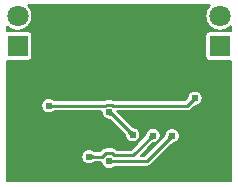
<source format=gbl>
G04 Layer: BottomLayer*
G04 EasyEDA Pro v2.2.37.7, 2025-06-16 05:36:05*
G04 Gerber Generator version 0.3*
G04 Scale: 100 percent, Rotated: No, Reflected: No*
G04 Dimensions in millimeters*
G04 Leading zeros omitted, absolute positions, 4 integers and 5 decimals*
%FSLAX45Y45*%
%MOMM*%
%ADD10C,0.2032*%
%ADD11C,1.8*%
%ADD12R,1.8X1.8*%
%ADD13C,0.61*%
%ADD14C,0.254*%
G75*


G04 Copper Start*
G36*
G01X5270436Y-482664D02*
G01X5287526Y-496963D01*
G01X5306871Y-508023D01*
G01X5327863Y-515497D01*
G01X5349845Y-519150D01*
G01X5372126Y-518869D01*
G01X5394008Y-514660D01*
G01X5414805Y-506658D01*
G01X5433863Y-495112D01*
G01X5450586Y-480385D01*
G01X5450586Y-521906D01*
G01X5449400Y-521886D01*
G01X5269400Y-521886D01*
G01X5258333Y-523639D01*
G01X5248349Y-528726D01*
G01X5240426Y-536649D01*
G01X5235339Y-546633D01*
G01X5233586Y-557700D01*
G01X5233586Y-737700D01*
G01X5235339Y-748767D01*
G01X5240426Y-758751D01*
G01X5248349Y-766674D01*
G01X5258333Y-771761D01*
G01X5269400Y-773514D01*
G01X5449400Y-773514D01*
G01X5450586Y-773494D01*
G01X5450586Y-1792986D01*
G01X3553714Y-1792986D01*
G01X3553714Y-1584960D01*
G01X4183106Y-1584960D01*
G01X4184818Y-1599933D01*
G01X4189867Y-1614132D01*
G01X4197992Y-1626825D01*
G01X4208772Y-1637356D01*
G01X4221652Y-1645180D01*
G01X4235966Y-1649895D01*
G01X4250975Y-1651256D01*
G01X4265903Y-1649193D01*
G01X4279980Y-1643813D01*
G01X4292479Y-1635393D01*
G01X4294887Y-1633474D01*
G01X4353974Y-1633474D01*
G01X4357580Y-1647422D01*
G01X4364114Y-1660262D01*
G01X4373266Y-1671388D01*
G01X4384605Y-1680274D01*
G01X4397596Y-1686503D01*
G01X4411625Y-1689779D01*
G01X4426031Y-1689947D01*
G01X4440133Y-1687001D01*
G01X4453266Y-1681079D01*
G01X4464810Y-1672460D01*
G01X4736382Y-1672460D01*
G01X4748938Y-1670807D01*
G01X4760639Y-1665960D01*
G01X4770687Y-1658250D01*
G01X4955317Y-1473620D01*
G01X4958377Y-1473274D01*
G01X4973168Y-1470389D01*
G01X4986927Y-1464240D01*
G01X4998942Y-1455143D01*
G01X5008592Y-1443567D01*
G01X5015380Y-1430112D01*
G01X5018954Y-1415472D01*
G01X5019131Y-1400403D01*
G01X5015901Y-1385683D01*
G01X5009430Y-1372072D01*
G01X5000054Y-1360274D01*
G01X4988256Y-1350898D01*
G01X4974645Y-1344427D01*
G01X4959925Y-1341197D01*
G01X4944856Y-1341373D01*
G01X4930215Y-1344948D01*
G01X4916760Y-1351736D01*
G01X4905185Y-1361386D01*
G01X4896088Y-1373401D01*
G01X4889938Y-1387159D01*
G01X4887054Y-1401951D01*
G01X4886708Y-1405010D01*
G01X4716287Y-1575432D01*
G01X4689046Y-1575432D01*
G01X4792999Y-1471478D01*
G01X4796059Y-1471133D01*
G01X4810850Y-1468248D01*
G01X4824609Y-1462099D01*
G01X4836624Y-1453001D01*
G01X4846274Y-1441426D01*
G01X4853062Y-1427971D01*
G01X4856636Y-1413331D01*
G01X4856813Y-1398261D01*
G01X4853583Y-1383541D01*
G01X4847112Y-1369931D01*
G01X4837736Y-1358133D01*
G01X4825937Y-1348756D01*
G01X4812327Y-1342286D01*
G01X4797607Y-1339055D01*
G01X4782537Y-1339232D01*
G01X4767897Y-1342807D01*
G01X4754442Y-1349595D01*
G01X4742867Y-1359245D01*
G01X4733770Y-1371260D01*
G01X4727620Y-1385018D01*
G01X4724736Y-1399810D01*
G01X4724390Y-1402869D01*
G01X4603513Y-1523746D01*
G01X4483300Y-1523746D01*
G01X4478095Y-1518541D01*
G01X4478095Y-1518541D01*
G01X4468047Y-1510831D01*
G01X4456346Y-1505985D01*
G01X4443790Y-1504332D01*
G01X4395410Y-1504332D01*
G01X4382854Y-1505985D01*
G01X4371153Y-1510831D01*
G01X4361105Y-1518541D01*
G01X4343200Y-1536446D01*
G01X4294887Y-1536446D01*
G01X4292479Y-1534527D01*
G01X4279980Y-1526107D01*
G01X4265903Y-1520727D01*
G01X4250975Y-1518664D01*
G01X4235966Y-1520025D01*
G01X4221652Y-1524740D01*
G01X4208772Y-1532564D01*
G01X4197992Y-1543095D01*
G01X4189867Y-1555788D01*
G01X4184818Y-1569987D01*
G01X4183106Y-1584960D01*
G01X3553714Y-1584960D01*
G01X3553714Y-1153160D01*
G01X3842746Y-1153160D01*
G01X3844524Y-1168413D01*
G01X3849763Y-1182849D01*
G01X3858182Y-1195692D01*
G01X3869329Y-1206254D01*
G01X3882607Y-1213970D01*
G01X3897304Y-1218424D01*
G01X3912631Y-1219378D01*
G01X3927766Y-1216781D01*
G01X3941899Y-1210772D01*
G01X3954270Y-1201674D01*
G01X4353462Y-1201674D01*
G01X4354206Y-1217509D01*
G01X4358687Y-1232715D01*
G01X4366650Y-1246423D01*
G01X4377638Y-1257849D01*
G01X4391024Y-1266341D01*
G01X4406043Y-1271413D01*
G01X4421837Y-1272776D01*
G01X4422863Y-1272814D01*
G01X4551294Y-1401245D01*
G01X4551294Y-1401245D01*
G01X4551639Y-1404304D01*
G01X4554524Y-1419096D01*
G01X4560673Y-1432854D01*
G01X4569770Y-1444869D01*
G01X4581345Y-1454519D01*
G01X4594801Y-1461307D01*
G01X4609441Y-1464882D01*
G01X4624510Y-1465058D01*
G01X4639230Y-1461828D01*
G01X4652841Y-1455358D01*
G01X4664639Y-1445981D01*
G01X4674015Y-1434183D01*
G01X4680486Y-1420573D01*
G01X4683716Y-1405853D01*
G01X4683540Y-1390783D01*
G01X4679965Y-1376143D01*
G01X4673178Y-1362688D01*
G01X4663527Y-1351113D01*
G01X4651513Y-1342015D01*
G01X4637754Y-1335866D01*
G01X4622963Y-1332981D01*
G01X4619903Y-1332635D01*
G01X4488941Y-1201674D01*
G01X5082540Y-1201674D01*
G01X5095096Y-1200021D01*
G01X5106797Y-1195174D01*
G01X5116845Y-1187465D01*
G01X5148376Y-1155933D01*
G01X5163558Y-1153619D01*
G01X5177799Y-1147874D01*
G01X5190338Y-1139008D01*
G01X5200501Y-1127496D01*
G01X5207744Y-1113954D01*
G01X5211677Y-1099110D01*
G01X5212091Y-1083759D01*
G01X5208962Y-1068724D01*
G01X5202460Y-1054812D01*
G01X5192931Y-1042769D01*
G01X5180888Y-1033240D01*
G01X5166976Y-1026738D01*
G01X5151941Y-1023609D01*
G01X5136590Y-1024023D01*
G01X5121746Y-1027956D01*
G01X5108204Y-1035199D01*
G01X5096692Y-1045362D01*
G01X5087826Y-1057901D01*
G01X5082081Y-1072142D01*
G01X5079767Y-1087324D01*
G01X5062445Y-1104646D01*
G01X4465363Y-1104646D01*
G01X4454869Y-1100868D01*
G01X4443790Y-1099586D01*
G01X4395410Y-1099586D01*
G01X4384331Y-1100868D01*
G01X4373837Y-1104646D01*
G01X3954270Y-1104646D01*
G01X3941899Y-1095548D01*
G01X3927766Y-1089539D01*
G01X3912631Y-1086942D01*
G01X3897304Y-1087896D01*
G01X3882607Y-1092350D01*
G01X3869329Y-1100066D01*
G01X3858182Y-1110628D01*
G01X3849763Y-1123471D01*
G01X3844524Y-1137907D01*
G01X3842746Y-1153160D01*
G01X3553714Y-1153160D01*
G01X3553714Y-773494D01*
G01X3554900Y-773514D01*
G01X3734900Y-773514D01*
G01X3745967Y-771761D01*
G01X3755951Y-766674D01*
G01X3763874Y-758751D01*
G01X3768961Y-748767D01*
G01X3770714Y-737700D01*
G01X3770714Y-557700D01*
G01X3768961Y-546633D01*
G01X3763874Y-536649D01*
G01X3755951Y-528726D01*
G01X3745967Y-523639D01*
G01X3734900Y-521886D01*
G01X3554900Y-521886D01*
G01X3553714Y-521906D01*
G01X3553714Y-480385D01*
G01X3570437Y-495112D01*
G01X3589495Y-506658D01*
G01X3610292Y-514660D01*
G01X3632174Y-518869D01*
G01X3654455Y-519150D01*
G01X3676437Y-515497D01*
G01X3697429Y-508023D01*
G01X3716774Y-496963D01*
G01X3733864Y-482664D01*
G01X3748163Y-465574D01*
G01X3759223Y-446229D01*
G01X3766697Y-425237D01*
G01X3770350Y-403255D01*
G01X3770069Y-380974D01*
G01X3765860Y-359092D01*
G01X3757858Y-338295D01*
G01X3746312Y-319237D01*
G01X3731585Y-302514D01*
G01X5272715Y-302514D01*
G01X5257988Y-319237D01*
G01X5246442Y-338295D01*
G01X5238440Y-359092D01*
G01X5234231Y-380974D01*
G01X5233950Y-403255D01*
G01X5237603Y-425237D01*
G01X5245077Y-446229D01*
G01X5256137Y-465574D01*
G01X5270436Y-482664D01*
G37*
G54D10*
G01X5270436Y-482664D02*
G03X5450586Y-480385I88964J88964D01*
G01X5450586Y-521906D01*
G01X5449400Y-521886D01*
G01X5269400Y-521886D01*
G03X5233586Y-557700I0J-35814D01*
G01X5233586Y-737700D01*
G03X5269400Y-773514I35814J0D01*
G01X5449400Y-773514D01*
G01X5450586Y-773494D01*
G01X5450586Y-1792986D01*
G01X3553714Y-1792986D01*
G01X3553714Y-773494D01*
G01X3554900Y-773514D01*
G01X3734900Y-773514D01*
G03X3770714Y-737700I0J35814D01*
G01X3770714Y-557700D01*
G03X3734900Y-521886I-35814J0D01*
G01X3554900Y-521886D01*
G01X3553714Y-521906D01*
G01X3553714Y-480385D01*
G03X3733864Y-482664I91186J86685D01*
G03X3731585Y-302514I-88964J88964D01*
G01X5272715Y-302514D01*
G03X5270436Y-482664I86685J-91186D01*
G01X4551294Y-1401245D02*
G01X4551639Y-1404304D01*
G03X4664639Y-1445981I66109J5214D01*
G03X4622963Y-1332981I-46891J46891D01*
G01X4619903Y-1332635D01*
G01X4488941Y-1201674D01*
G01X5082540Y-1201674D01*
G03X5116845Y-1187465I0J48514D01*
G01X5148376Y-1155933D01*
G03X5192931Y-1042769I-2336J66273D01*
G03X5079767Y-1087324I-46891J-46891D01*
G01X5062445Y-1104646D01*
G01X4465363Y-1104646D01*
G03X4443790Y-1099586I-21573J-43454D01*
G01X4395410Y-1099586D01*
G03X4373837Y-1104646I0J-48514D01*
G01X3954270Y-1104646D01*
G03X3842746Y-1153160I-45210J-48514D01*
G03X3954270Y-1201674I66314J0D01*
G01X4353462Y-1201674D01*
G03X4421837Y-1272776I66138J-4826D01*
G01X4422863Y-1272814D01*
G01X4551294Y-1401245D01*
G01X4478095Y-1518541D02*
G03X4443790Y-1504332I-34305J-34305D01*
G01X4395410Y-1504332D01*
G03X4361105Y-1518541I0J-48514D01*
G01X4343200Y-1536446D01*
G01X4294887Y-1536446D01*
G01X4292479Y-1534527D01*
G03X4183106Y-1584960I-43059J-50433D01*
G03X4292479Y-1635393I66314J0D01*
G01X4294887Y-1633474D01*
G01X4353974Y-1633474D01*
G03X4397596Y-1686503I65626J9528D01*
G03X4464810Y-1672460I22004J62557D01*
G01X4736382Y-1672460D01*
G03X4770687Y-1658250I0J48514D01*
G01X4955317Y-1473620D01*
G01X4958377Y-1473274D01*
G03X5000054Y-1360274I-5214J66109D01*
G03X4887054Y-1401951I-46891J-46891D01*
G01X4886708Y-1405010D01*
G01X4716287Y-1575432D01*
G01X4689046Y-1575432D01*
G01X4792999Y-1471478D01*
G01X4796059Y-1471133D01*
G03X4837736Y-1358133I-5214J66109D01*
G03X4724736Y-1399810I-46891J-46891D01*
G01X4724390Y-1402869D01*
G01X4603513Y-1523746D01*
G01X4483300Y-1523746D01*
G01X4478095Y-1518541D01*
G04 Copper End*

G04 TearDrop Start*
G36*
G01X4932781Y-1445507D02*
G01X4914820Y-1427547D01*
G01X4916702Y-1425342D01*
G01X4918282Y-1422849D01*
G01X4920630Y-1417240D01*
G01X4922049Y-1411212D01*
G01X4922722Y-1405255D01*
G01X4955073Y-1437605D01*
G01X4949116Y-1438278D01*
G01X4943088Y-1439697D01*
G01X4937479Y-1442046D01*
G01X4934986Y-1443626D01*
G01X4932781Y-1445507D01*
G37*
G36*
G01X4770463Y-1443366D02*
G01X4752503Y-1425406D01*
G01X4754384Y-1423201D01*
G01X4755964Y-1420707D01*
G01X4758312Y-1415099D01*
G01X4759731Y-1409071D01*
G01X4760405Y-1403114D01*
G01X4792755Y-1435464D01*
G01X4786798Y-1436137D01*
G01X4780770Y-1437556D01*
G01X4775161Y-1439905D01*
G01X4772668Y-1441485D01*
G01X4770463Y-1443366D01*
G37*
G36*
G01X4290944Y-1572260D02*
G01X4290944Y-1597660D01*
G01X4288055Y-1597889D01*
G01X4285174Y-1598535D01*
G01X4279548Y-1600840D01*
G01X4274282Y-1604099D01*
G01X4269594Y-1607835D01*
G01X4269594Y-1562085D01*
G01X4274282Y-1565821D01*
G01X4279548Y-1569080D01*
G01X4285174Y-1571385D01*
G01X4288055Y-1572031D01*
G01X4290944Y-1572260D01*
G37*
G36*
G01X4458518Y-1221900D02*
G01X4444726Y-1244028D01*
G01X4442515Y-1242177D01*
G01X4439929Y-1240607D01*
G01X4433996Y-1238300D01*
G01X4427654Y-1237083D01*
G01X4421628Y-1236933D01*
G01X4449540Y-1200683D01*
G01X4450796Y-1206433D01*
G01X4452531Y-1212088D01*
G01X4455015Y-1217345D01*
G01X4458518Y-1221900D01*
G37*
G36*
G01X4579406Y-1378708D02*
G01X4597366Y-1360748D01*
G01X4599571Y-1362629D01*
G01X4602064Y-1364209D01*
G01X4607673Y-1366558D01*
G01X4613701Y-1367977D01*
G01X4619658Y-1368650D01*
G01X4587308Y-1401000D01*
G01X4586635Y-1395043D01*
G01X4585216Y-1389015D01*
G01X4582867Y-1383406D01*
G01X4581287Y-1380913D01*
G01X4579406Y-1378708D01*
G37*
G04 TearDrop End*

G04 Pad Start*
G54D11*
G01X3644900Y-393700D03*
G54D12*
G01X3644900Y-647700D03*
G54D11*
G01X5359400Y-393700D03*
G54D12*
G01X5359400Y-647700D03*
G54D11*
G01X3644900Y-1447800D03*
G54D12*
G01X3644900Y-1701800D03*
G54D11*
G01X5359400Y-1447800D03*
G54D12*
G01X5359400Y-1701800D03*
G04 Pad End*

G04 Via Start*
G54D13*
G01X4953163Y-1407165D03*
G01X4419600Y-1623946D03*
G01X4790845Y-1405024D03*
G01X4249420Y-1584960D03*
G01X5146040Y-1089660D03*
G01X3909060Y-1153160D03*
G01X3655314Y-1081786D03*
G01X3756914Y-1589786D03*
G01X3858514Y-370586D03*
G01X3858514Y-1691386D03*
G01X3960114Y-370586D03*
G01X3960114Y-776986D03*
G01X3960114Y-1691386D03*
G01X4061714Y-776986D03*
G01X4061714Y-370586D03*
G01X4061714Y-1691386D03*
G01X4061714Y-1589786D03*
G01X4061714Y-1488186D03*
G01X4163314Y-980186D03*
G01X4163314Y-878586D03*
G01X4163314Y-776986D03*
G01X4163314Y-675386D03*
G01X4163314Y-573786D03*
G01X4163314Y-472186D03*
G01X4163314Y-370586D03*
G01X4163314Y-1691386D03*
G01X4264914Y-776986D03*
G01X4264914Y-675386D03*
G01X4264914Y-1691386D03*
G01X4366514Y-776986D03*
G01X4366514Y-675386D03*
G01X4468114Y-776986D03*
G01X4468114Y-675386D03*
G01X4569714Y-776986D03*
G01X4569714Y-675386D03*
G01X4569714Y-1691386D03*
G01X4671314Y-878586D03*
G01X4671314Y-776986D03*
G01X4671314Y-675386D03*
G01X4671314Y-1691386D03*
G01X4772914Y-878586D03*
G01X4772914Y-776986D03*
G01X4772914Y-675386D03*
G01X4772914Y-573786D03*
G01X4772914Y-1691386D03*
G01X4874514Y-878586D03*
G01X4874514Y-776986D03*
G01X4874514Y-1691386D03*
G01X4874514Y-1589786D03*
G01X4976114Y-878586D03*
G01X4976114Y-776986D03*
G01X4976114Y-1691386D03*
G01X4976114Y-1589786D03*
G01X5077714Y-776986D03*
G01X5077714Y-1691386D03*
G01X5077714Y-1589786D03*
G01X5179314Y-1691386D03*
G01X5179314Y-1589786D03*
G01X5179314Y-1488186D03*
G01X5179314Y-1386586D03*
G01X5280914Y-1284986D03*
G01X5382514Y-1284986D03*
G01X5382514Y-1183386D03*
G01X5382514Y-1081786D03*
G01X5382514Y-980186D03*
G01X5382514Y-878586D03*
G01X4419600Y-1206500D03*
G01X4617748Y-1399090D03*
G01X4520436Y-1412653D03*
G01X4422010Y-1412654D03*
G04 Via End*

G04 Track Start*
G54D14*
G01X4623608Y-1572260D02*
G01X4790845Y-1405024D01*
G01X4395410Y-1552846D02*
G01X4443790Y-1552846D01*
G01X4463205Y-1572260D01*
G01X4623608Y-1572260D01*
G01X4249420Y-1584960D02*
G01X4363295Y-1584960D01*
G01X4395410Y-1552846D01*
G01X4953163Y-1407165D02*
G01X4736382Y-1623946D01*
G01X4419600Y-1623946D01*
G01X4419600Y-1206500D02*
G01X4425158Y-1206500D01*
G01X4617748Y-1399090D01*
G01X5082540Y-1153160D02*
G01X5146040Y-1089660D01*
G01X3909060Y-1153160D02*
G01X4390350Y-1153160D01*
G01X4395410Y-1148100D01*
G01X4443790Y-1148100D01*
G01X4448850Y-1153160D01*
G01X5082540Y-1153160D01*
G04 Track End*

M02*


</source>
